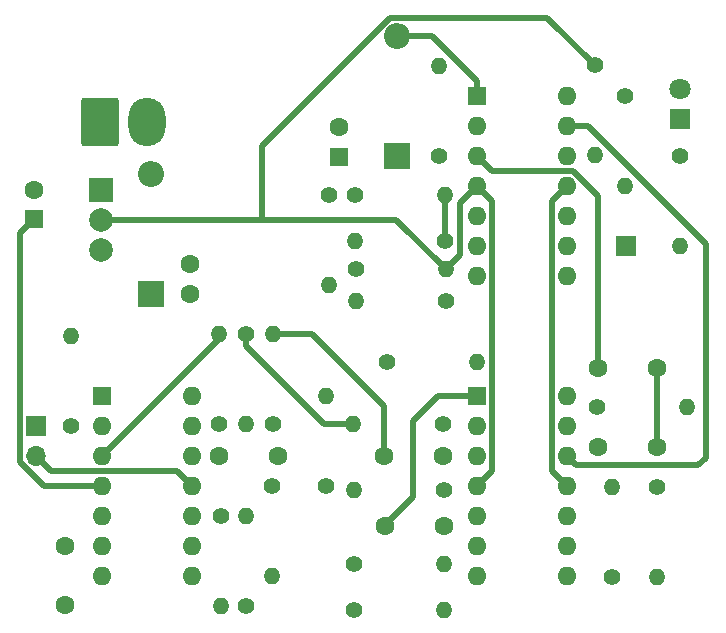
<source format=gbl>
%TF.GenerationSoftware,KiCad,Pcbnew,(6.0.4)*%
%TF.CreationDate,2022-04-22T20:46:49-07:00*%
%TF.ProjectId,beacondetector-v2,62656163-6f6e-4646-9574-6563746f722d,v2.0*%
%TF.SameCoordinates,Original*%
%TF.FileFunction,Copper,L2,Bot*%
%TF.FilePolarity,Positive*%
%FSLAX46Y46*%
G04 Gerber Fmt 4.6, Leading zero omitted, Abs format (unit mm)*
G04 Created by KiCad (PCBNEW (6.0.4)) date 2022-04-22 20:46:49*
%MOMM*%
%LPD*%
G01*
G04 APERTURE LIST*
G04 Aperture macros list*
%AMRoundRect*
0 Rectangle with rounded corners*
0 $1 Rounding radius*
0 $2 $3 $4 $5 $6 $7 $8 $9 X,Y pos of 4 corners*
0 Add a 4 corners polygon primitive as box body*
4,1,4,$2,$3,$4,$5,$6,$7,$8,$9,$2,$3,0*
0 Add four circle primitives for the rounded corners*
1,1,$1+$1,$2,$3*
1,1,$1+$1,$4,$5*
1,1,$1+$1,$6,$7*
1,1,$1+$1,$8,$9*
0 Add four rect primitives between the rounded corners*
20,1,$1+$1,$2,$3,$4,$5,0*
20,1,$1+$1,$4,$5,$6,$7,0*
20,1,$1+$1,$6,$7,$8,$9,0*
20,1,$1+$1,$8,$9,$2,$3,0*%
G04 Aperture macros list end*
%TA.AperFunction,ComponentPad*%
%ADD10O,1.600000X1.600000*%
%TD*%
%TA.AperFunction,ComponentPad*%
%ADD11R,1.600000X1.600000*%
%TD*%
%TA.AperFunction,ComponentPad*%
%ADD12C,1.600000*%
%TD*%
%TA.AperFunction,ComponentPad*%
%ADD13O,1.400000X1.400000*%
%TD*%
%TA.AperFunction,ComponentPad*%
%ADD14C,1.400000*%
%TD*%
%TA.AperFunction,ComponentPad*%
%ADD15R,2.200000X2.200000*%
%TD*%
%TA.AperFunction,ComponentPad*%
%ADD16O,2.200000X2.200000*%
%TD*%
%TA.AperFunction,ComponentPad*%
%ADD17C,2.000000*%
%TD*%
%TA.AperFunction,ComponentPad*%
%ADD18R,2.000000X2.000000*%
%TD*%
%TA.AperFunction,ComponentPad*%
%ADD19R,1.700000X1.700000*%
%TD*%
%TA.AperFunction,ComponentPad*%
%ADD20O,1.700000X1.700000*%
%TD*%
%TA.AperFunction,ComponentPad*%
%ADD21C,1.800000*%
%TD*%
%TA.AperFunction,ComponentPad*%
%ADD22R,1.800000X1.800000*%
%TD*%
%TA.AperFunction,ComponentPad*%
%ADD23RoundRect,0.250000X-1.330000X-1.800000X1.330000X-1.800000X1.330000X1.800000X-1.330000X1.800000X0*%
%TD*%
%TA.AperFunction,ComponentPad*%
%ADD24O,3.160000X4.100000*%
%TD*%
%TA.AperFunction,Conductor*%
%ADD25C,0.508000*%
%TD*%
G04 APERTURE END LIST*
D10*
X163103400Y-81173400D03*
X163103400Y-83713400D03*
X163103400Y-86253400D03*
X163103400Y-88793400D03*
X163103400Y-91333400D03*
X163103400Y-93873400D03*
X163103400Y-96413400D03*
X155483400Y-96413400D03*
X155483400Y-93873400D03*
X155483400Y-91333400D03*
X155483400Y-88793400D03*
X155483400Y-86253400D03*
X155483400Y-83713400D03*
D11*
X155483400Y-81173400D03*
D12*
X170713400Y-110923400D03*
X165713400Y-110923400D03*
D13*
X166913400Y-114243400D03*
D14*
X166913400Y-121863400D03*
D13*
X152843400Y-95798400D03*
D14*
X145223400Y-95798400D03*
D15*
X127865607Y-97897010D03*
D16*
X127865607Y-87737010D03*
D17*
X123665600Y-94177000D03*
X123665600Y-91637000D03*
D18*
X123665600Y-89097000D03*
D14*
X145203400Y-89598400D03*
D13*
X152823400Y-89598400D03*
D14*
X135933400Y-124313400D03*
D13*
X135933400Y-116693400D03*
D14*
X135933400Y-101353400D03*
D13*
X135933400Y-108973400D03*
D11*
X143843400Y-86298400D03*
D12*
X143843400Y-83798400D03*
D14*
X133633400Y-108973400D03*
D13*
X133633400Y-101353400D03*
D14*
X145110200Y-120802400D03*
D13*
X152730200Y-120802400D03*
X142683400Y-106613400D03*
D14*
X142683400Y-114233400D03*
X152823400Y-93448400D03*
D13*
X145203400Y-93448400D03*
X155498800Y-103733600D03*
D14*
X147878800Y-103733600D03*
D12*
X138633400Y-111673400D03*
X133633400Y-111673400D03*
D13*
X165483400Y-86208400D03*
D14*
X165483400Y-78588400D03*
D12*
X117965600Y-89107000D03*
D11*
X117965600Y-91607000D03*
X155483400Y-106573400D03*
D10*
X155483400Y-109113400D03*
X155483400Y-111653400D03*
X155483400Y-114193400D03*
X155483400Y-116733400D03*
X155483400Y-119273400D03*
X155483400Y-121813400D03*
X163103400Y-121813400D03*
X163103400Y-119273400D03*
X163103400Y-116733400D03*
X163103400Y-114193400D03*
X163103400Y-111653400D03*
X163103400Y-109113400D03*
X163103400Y-106573400D03*
D14*
X152730200Y-114503200D03*
D13*
X145110200Y-114503200D03*
X145223400Y-98498400D03*
D14*
X152843400Y-98498400D03*
D13*
X172669200Y-93878400D03*
D14*
X172669200Y-86258400D03*
X165633400Y-107463400D03*
D13*
X173253400Y-107463400D03*
D12*
X147583400Y-111623400D03*
X152583400Y-111623400D03*
D19*
X118133393Y-109073391D03*
D20*
X118133393Y-111613391D03*
D14*
X133833400Y-116713400D03*
D13*
X133833400Y-124333400D03*
D12*
X120633400Y-124273400D03*
X120633400Y-119273400D03*
D13*
X152730200Y-124663200D03*
D14*
X145110200Y-124663200D03*
D11*
X123733400Y-106573400D03*
D10*
X123733400Y-109113400D03*
X123733400Y-111653400D03*
X123733400Y-114193400D03*
X123733400Y-116733400D03*
X123733400Y-119273400D03*
X123733400Y-121813400D03*
X131353400Y-121813400D03*
X131353400Y-119273400D03*
X131353400Y-116733400D03*
X131353400Y-114193400D03*
X131353400Y-111653400D03*
X131353400Y-109113400D03*
X131353400Y-106573400D03*
D13*
X152243400Y-78628400D03*
D14*
X152243400Y-86248400D03*
D12*
X131165600Y-95397000D03*
X131165600Y-97897000D03*
D14*
X121133400Y-109073400D03*
D13*
X121133400Y-101453400D03*
D21*
X172694600Y-80594200D03*
D22*
X172694600Y-83134200D03*
D14*
X142943400Y-89598400D03*
D13*
X142943400Y-97218400D03*
D12*
X147730200Y-117551200D03*
X152730200Y-117551200D03*
D14*
X138133400Y-114193400D03*
D13*
X138133400Y-121813400D03*
D12*
X170713400Y-104163400D03*
X165713400Y-104163400D03*
D23*
X123585600Y-83352000D03*
D24*
X127545600Y-83352000D03*
D13*
X138233400Y-101353400D03*
D14*
X138233400Y-108973400D03*
X152593400Y-108923400D03*
D13*
X144973400Y-108923400D03*
D14*
X168043400Y-81178400D03*
D13*
X168043400Y-88798400D03*
D14*
X170713400Y-114243400D03*
D13*
X170713400Y-121863400D03*
D16*
X148743400Y-76108400D03*
D15*
X148743400Y-86268400D03*
D19*
X168143400Y-93898400D03*
D25*
X138233400Y-101353400D02*
X141510800Y-101353400D01*
X141510800Y-101353400D02*
X147583400Y-107426000D01*
X147583400Y-107426000D02*
X147583400Y-111623400D01*
X156736911Y-112939889D02*
X155483400Y-114193400D01*
X156736911Y-90046911D02*
X156736911Y-112939889D01*
X155483400Y-88793400D02*
X156736911Y-90046911D01*
X147628600Y-117551200D02*
X150088600Y-115091200D01*
X150088600Y-115091200D02*
X150088600Y-108661200D01*
X150088600Y-108661200D02*
X152176400Y-106573400D01*
X152176400Y-106573400D02*
X155483400Y-106573400D01*
X123733400Y-114193400D02*
X118869956Y-114193400D01*
X118869956Y-114193400D02*
X116829889Y-112153333D01*
X116829889Y-112153333D02*
X116829889Y-92742711D01*
X116829889Y-92742711D02*
X117965600Y-91607000D01*
X137267800Y-91637000D02*
X123665600Y-91637000D01*
X137267800Y-85387003D02*
X148099914Y-74554889D01*
X148682000Y-91637000D02*
X137267800Y-91637000D01*
X137267800Y-91637000D02*
X137267800Y-85387003D01*
X148099914Y-74554889D02*
X161449889Y-74554889D01*
X161449889Y-74554889D02*
X165483400Y-78588400D01*
X155483400Y-86253400D02*
X156769889Y-87539889D01*
X163622622Y-87539889D02*
X165713400Y-89630667D01*
X156769889Y-87539889D02*
X163622622Y-87539889D01*
X165713400Y-89630667D02*
X165713400Y-104163400D01*
X174211001Y-112453399D02*
X174853600Y-111810800D01*
X163903399Y-112453399D02*
X174211001Y-112453399D01*
X164879712Y-83713400D02*
X163103400Y-83713400D01*
X163103400Y-111653400D02*
X163903399Y-112453399D01*
X174853600Y-111810800D02*
X174853600Y-93687288D01*
X174853600Y-93687288D02*
X164879712Y-83713400D01*
X148743400Y-76108400D02*
X151726400Y-76108400D01*
X151726400Y-76108400D02*
X155483400Y-79865400D01*
X155483400Y-79865400D02*
X155483400Y-81173400D01*
X152843400Y-95798400D02*
X148682000Y-91637000D01*
X163103400Y-88793400D02*
X161849889Y-90046911D01*
X161849889Y-90046911D02*
X161849889Y-112939889D01*
X161849889Y-112939889D02*
X163103400Y-114193400D01*
X131353400Y-114193400D02*
X130099889Y-112939889D01*
X130099889Y-112939889D02*
X119459889Y-112939889D01*
X119459889Y-112939889D02*
X118133400Y-111613400D01*
X135933400Y-101353400D02*
X135933400Y-102343349D01*
X135933400Y-102343349D02*
X142513451Y-108923400D01*
X142513451Y-108923400D02*
X144973400Y-108923400D01*
X155483400Y-88793400D02*
X154043400Y-90233400D01*
X154043400Y-90233400D02*
X154043400Y-94598400D01*
X154043400Y-94598400D02*
X152843400Y-95798400D01*
X152823400Y-89598400D02*
X152823400Y-93448400D01*
X123733400Y-111653400D02*
X133633400Y-101753400D01*
X133633400Y-101753400D02*
X133633400Y-101353400D01*
X170713400Y-104163400D02*
X170713400Y-110923400D01*
M02*

</source>
